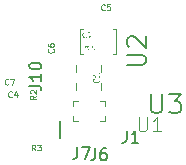
<source format=gbr>
G04 #@! TF.GenerationSoftware,KiCad,Pcbnew,(5.0.1)-3*
G04 #@! TF.CreationDate,2019-02-25T21:18:11-08:00*
G04 #@! TF.ProjectId,MS_v4_ETL_LED_Driver,4D535F76345F45544C5F4C45445F4472,rev?*
G04 #@! TF.SameCoordinates,Original*
G04 #@! TF.FileFunction,Legend,Top*
G04 #@! TF.FilePolarity,Positive*
%FSLAX46Y46*%
G04 Gerber Fmt 4.6, Leading zero omitted, Abs format (unit mm)*
G04 Created by KiCad (PCBNEW (5.0.1)-3) date 2/25/2019 9:18:11 PM*
%MOMM*%
%LPD*%
G01*
G04 APERTURE LIST*
%ADD10C,0.152400*%
%ADD11C,0.100000*%
%ADD12C,0.150000*%
%ADD13C,0.050000*%
%ADD14C,0.120000*%
%ADD15C,0.160000*%
%ADD16R,0.812800X1.066800*%
%ADD17R,0.360800X0.390800*%
%ADD18R,0.390800X0.360800*%
%ADD19C,0.558800*%
%ADD20R,0.680800X0.630800*%
%ADD21R,0.812800X1.320800*%
%ADD22C,0.400800*%
%ADD23R,0.660800X0.270800*%
%ADD24R,0.270800X0.660800*%
%ADD25R,2.440800X0.690800*%
%ADD26R,0.320800X0.690800*%
G04 APERTURE END LIST*
D10*
X13284200Y-22047200D02*
X13284200Y-23444200D01*
D11*
G04 #@! TO.C,U1*
X17088000Y-20318200D02*
X16668000Y-20318200D01*
X17088000Y-20738200D02*
X17088000Y-20318200D01*
X17088000Y-21998200D02*
X16668000Y-21998200D01*
X17088000Y-21578200D02*
X17088000Y-21998200D01*
X14408000Y-21998200D02*
X14828000Y-21998200D01*
X14408000Y-21578200D02*
X14408000Y-21998200D01*
X14408000Y-20318200D02*
X14828000Y-20318200D01*
X14408000Y-20738200D02*
X14408000Y-20318200D01*
G04 #@! TO.C,U2*
X14662600Y-17308800D02*
X14662600Y-17878800D01*
X16782600Y-17308800D02*
X16782600Y-17878800D01*
X16782600Y-19368800D02*
X16782600Y-18798800D01*
X14662600Y-19368800D02*
X14662600Y-18798800D01*
G04 #@! TO.C,U3*
X14960000Y-14266200D02*
X15225000Y-14266200D01*
X14960000Y-16366200D02*
X14960000Y-14266200D01*
X15225000Y-16366200D02*
X14960000Y-16366200D01*
X18060000Y-14266200D02*
X17795000Y-14266200D01*
X18060000Y-16366200D02*
X18060000Y-14266200D01*
X17795000Y-16366200D02*
X18060000Y-16366200D01*
G04 #@! TO.C,J1*
D12*
X18919866Y-22845780D02*
X18919866Y-23560066D01*
X18872247Y-23702923D01*
X18777009Y-23798161D01*
X18634152Y-23845780D01*
X18538914Y-23845780D01*
X19919866Y-23845780D02*
X19348438Y-23845780D01*
X19634152Y-23845780D02*
X19634152Y-22845780D01*
X19538914Y-22988638D01*
X19443676Y-23083876D01*
X19348438Y-23131495D01*
G04 #@! TO.C,C7*
D13*
X8908266Y-18898371D02*
X8884457Y-18922180D01*
X8813028Y-18945990D01*
X8765409Y-18945990D01*
X8693980Y-18922180D01*
X8646361Y-18874561D01*
X8622552Y-18826942D01*
X8598742Y-18731704D01*
X8598742Y-18660276D01*
X8622552Y-18565038D01*
X8646361Y-18517419D01*
X8693980Y-18469800D01*
X8765409Y-18445990D01*
X8813028Y-18445990D01*
X8884457Y-18469800D01*
X8908266Y-18493609D01*
X9074933Y-18445990D02*
X9408266Y-18445990D01*
X9193980Y-18945990D01*
G04 #@! TO.C,R2*
X11249790Y-19869933D02*
X11011695Y-20036600D01*
X11249790Y-20155647D02*
X10749790Y-20155647D01*
X10749790Y-19965171D01*
X10773600Y-19917552D01*
X10797409Y-19893742D01*
X10845028Y-19869933D01*
X10916457Y-19869933D01*
X10964076Y-19893742D01*
X10987885Y-19917552D01*
X11011695Y-19965171D01*
X11011695Y-20155647D01*
X10797409Y-19679457D02*
X10773600Y-19655647D01*
X10749790Y-19608028D01*
X10749790Y-19488980D01*
X10773600Y-19441361D01*
X10797409Y-19417552D01*
X10845028Y-19393742D01*
X10892647Y-19393742D01*
X10964076Y-19417552D01*
X11249790Y-19703266D01*
X11249790Y-19393742D01*
G04 #@! TO.C,R3*
X11200866Y-24510390D02*
X11034200Y-24272295D01*
X10915152Y-24510390D02*
X10915152Y-24010390D01*
X11105628Y-24010390D01*
X11153247Y-24034200D01*
X11177057Y-24058009D01*
X11200866Y-24105628D01*
X11200866Y-24177057D01*
X11177057Y-24224676D01*
X11153247Y-24248485D01*
X11105628Y-24272295D01*
X10915152Y-24272295D01*
X11367533Y-24010390D02*
X11677057Y-24010390D01*
X11510390Y-24200866D01*
X11581819Y-24200866D01*
X11629438Y-24224676D01*
X11653247Y-24248485D01*
X11677057Y-24296104D01*
X11677057Y-24415152D01*
X11653247Y-24462771D01*
X11629438Y-24486580D01*
X11581819Y-24510390D01*
X11438961Y-24510390D01*
X11391342Y-24486580D01*
X11367533Y-24462771D01*
G04 #@! TO.C,J10*
D12*
X10679180Y-19021323D02*
X11393466Y-19021323D01*
X11536323Y-19068942D01*
X11631561Y-19164180D01*
X11679180Y-19307038D01*
X11679180Y-19402276D01*
X11679180Y-18021323D02*
X11679180Y-18592752D01*
X11679180Y-18307038D02*
X10679180Y-18307038D01*
X10822038Y-18402276D01*
X10917276Y-18497514D01*
X10964895Y-18592752D01*
X10679180Y-17402276D02*
X10679180Y-17307038D01*
X10726800Y-17211800D01*
X10774419Y-17164180D01*
X10869657Y-17116561D01*
X11060133Y-17068942D01*
X11298228Y-17068942D01*
X11488704Y-17116561D01*
X11583942Y-17164180D01*
X11631561Y-17211800D01*
X11679180Y-17307038D01*
X11679180Y-17402276D01*
X11631561Y-17497514D01*
X11583942Y-17545133D01*
X11488704Y-17592752D01*
X11298228Y-17640371D01*
X11060133Y-17640371D01*
X10869657Y-17592752D01*
X10774419Y-17545133D01*
X10726800Y-17497514D01*
X10679180Y-17402276D01*
G04 #@! TO.C,C2*
D13*
X15486866Y-14910571D02*
X15463057Y-14934380D01*
X15391628Y-14958190D01*
X15344009Y-14958190D01*
X15272580Y-14934380D01*
X15224961Y-14886761D01*
X15201152Y-14839142D01*
X15177342Y-14743904D01*
X15177342Y-14672476D01*
X15201152Y-14577238D01*
X15224961Y-14529619D01*
X15272580Y-14482000D01*
X15344009Y-14458190D01*
X15391628Y-14458190D01*
X15463057Y-14482000D01*
X15486866Y-14505809D01*
X15677342Y-14505809D02*
X15701152Y-14482000D01*
X15748771Y-14458190D01*
X15867819Y-14458190D01*
X15915438Y-14482000D01*
X15939247Y-14505809D01*
X15963057Y-14553428D01*
X15963057Y-14601047D01*
X15939247Y-14672476D01*
X15653533Y-14958190D01*
X15963057Y-14958190D01*
G04 #@! TO.C,C4*
X9200866Y-19962771D02*
X9177057Y-19986580D01*
X9105628Y-20010390D01*
X9058009Y-20010390D01*
X8986580Y-19986580D01*
X8938961Y-19938961D01*
X8915152Y-19891342D01*
X8891342Y-19796104D01*
X8891342Y-19724676D01*
X8915152Y-19629438D01*
X8938961Y-19581819D01*
X8986580Y-19534200D01*
X9058009Y-19510390D01*
X9105628Y-19510390D01*
X9177057Y-19534200D01*
X9200866Y-19558009D01*
X9629438Y-19677057D02*
X9629438Y-20010390D01*
X9510390Y-19486580D02*
X9391342Y-19843723D01*
X9700866Y-19843723D01*
G04 #@! TO.C,C5*
X17061666Y-12586471D02*
X17037857Y-12610280D01*
X16966428Y-12634090D01*
X16918809Y-12634090D01*
X16847380Y-12610280D01*
X16799761Y-12562661D01*
X16775952Y-12515042D01*
X16752142Y-12419804D01*
X16752142Y-12348376D01*
X16775952Y-12253138D01*
X16799761Y-12205519D01*
X16847380Y-12157900D01*
X16918809Y-12134090D01*
X16966428Y-12134090D01*
X17037857Y-12157900D01*
X17061666Y-12181709D01*
X17514047Y-12134090D02*
X17275952Y-12134090D01*
X17252142Y-12372185D01*
X17275952Y-12348376D01*
X17323571Y-12324566D01*
X17442619Y-12324566D01*
X17490238Y-12348376D01*
X17514047Y-12372185D01*
X17537857Y-12419804D01*
X17537857Y-12538852D01*
X17514047Y-12586471D01*
X17490238Y-12610280D01*
X17442619Y-12634090D01*
X17323571Y-12634090D01*
X17275952Y-12610280D01*
X17252142Y-12586471D01*
G04 #@! TO.C,C6*
X12704570Y-15925434D02*
X12728379Y-15949243D01*
X12752189Y-16020672D01*
X12752189Y-16068291D01*
X12728379Y-16139720D01*
X12680760Y-16187339D01*
X12633141Y-16211148D01*
X12537903Y-16234958D01*
X12466475Y-16234958D01*
X12371237Y-16211148D01*
X12323618Y-16187339D01*
X12275999Y-16139720D01*
X12252189Y-16068291D01*
X12252189Y-16020672D01*
X12275999Y-15949243D01*
X12299808Y-15925434D01*
X12252189Y-15496862D02*
X12252189Y-15592101D01*
X12275999Y-15639720D01*
X12299808Y-15663529D01*
X12371237Y-15711148D01*
X12466475Y-15734958D01*
X12656951Y-15734958D01*
X12704570Y-15711148D01*
X12728379Y-15687339D01*
X12752189Y-15639720D01*
X12752189Y-15544481D01*
X12728379Y-15496862D01*
X12704570Y-15473053D01*
X12656951Y-15449243D01*
X12537903Y-15449243D01*
X12490284Y-15473053D01*
X12466475Y-15496862D01*
X12442665Y-15544481D01*
X12442665Y-15639720D01*
X12466475Y-15687339D01*
X12490284Y-15711148D01*
X12537903Y-15734958D01*
G04 #@! TO.C,C1*
X16536171Y-18447533D02*
X16559980Y-18471342D01*
X16583790Y-18542771D01*
X16583790Y-18590390D01*
X16559980Y-18661819D01*
X16512361Y-18709438D01*
X16464742Y-18733247D01*
X16369504Y-18757057D01*
X16298076Y-18757057D01*
X16202838Y-18733247D01*
X16155219Y-18709438D01*
X16107600Y-18661819D01*
X16083790Y-18590390D01*
X16083790Y-18542771D01*
X16107600Y-18471342D01*
X16131409Y-18447533D01*
X16583790Y-17971342D02*
X16583790Y-18257057D01*
X16583790Y-18114200D02*
X16083790Y-18114200D01*
X16155219Y-18161819D01*
X16202838Y-18209438D01*
X16226647Y-18257057D01*
G04 #@! TO.C,J7*
D12*
X14750866Y-24237780D02*
X14750866Y-24952066D01*
X14703247Y-25094923D01*
X14608009Y-25190161D01*
X14465152Y-25237780D01*
X14369914Y-25237780D01*
X15131819Y-24237780D02*
X15798485Y-24237780D01*
X15369914Y-25237780D01*
G04 #@! TO.C,J6*
X16250866Y-24337780D02*
X16250866Y-25052066D01*
X16203247Y-25194923D01*
X16108009Y-25290161D01*
X15965152Y-25337780D01*
X15869914Y-25337780D01*
X17155628Y-24337780D02*
X16965152Y-24337780D01*
X16869914Y-24385400D01*
X16822295Y-24433019D01*
X16727057Y-24575876D01*
X16679438Y-24766352D01*
X16679438Y-25147304D01*
X16727057Y-25242542D01*
X16774676Y-25290161D01*
X16869914Y-25337780D01*
X17060390Y-25337780D01*
X17155628Y-25290161D01*
X17203247Y-25242542D01*
X17250866Y-25147304D01*
X17250866Y-24909209D01*
X17203247Y-24813971D01*
X17155628Y-24766352D01*
X17060390Y-24718733D01*
X16869914Y-24718733D01*
X16774676Y-24766352D01*
X16727057Y-24813971D01*
X16679438Y-24909209D01*
G04 #@! TO.C,R1*
D13*
X15664666Y-15948790D02*
X15498000Y-15710695D01*
X15378952Y-15948790D02*
X15378952Y-15448790D01*
X15569428Y-15448790D01*
X15617047Y-15472600D01*
X15640857Y-15496409D01*
X15664666Y-15544028D01*
X15664666Y-15615457D01*
X15640857Y-15663076D01*
X15617047Y-15686885D01*
X15569428Y-15710695D01*
X15378952Y-15710695D01*
X16140857Y-15948790D02*
X15855142Y-15948790D01*
X15998000Y-15948790D02*
X15998000Y-15448790D01*
X15950380Y-15520219D01*
X15902761Y-15567838D01*
X15855142Y-15591647D01*
G04 #@! TO.C,U1*
D14*
X19941333Y-21706533D02*
X19941333Y-22669866D01*
X19998000Y-22783200D01*
X20054666Y-22839866D01*
X20168000Y-22896533D01*
X20394666Y-22896533D01*
X20508000Y-22839866D01*
X20564666Y-22783200D01*
X20621333Y-22669866D01*
X20621333Y-21706533D01*
X21811333Y-22896533D02*
X21131333Y-22896533D01*
X21471333Y-22896533D02*
X21471333Y-21706533D01*
X21358000Y-21876533D01*
X21244666Y-21989866D01*
X21131333Y-22046533D01*
G04 #@! TO.C,U2*
D15*
X18952238Y-17299790D02*
X20223190Y-17299790D01*
X20372714Y-17225028D01*
X20447476Y-17150266D01*
X20522238Y-17000742D01*
X20522238Y-16701695D01*
X20447476Y-16552171D01*
X20372714Y-16477409D01*
X20223190Y-16402647D01*
X18952238Y-16402647D01*
X19101761Y-15729790D02*
X19027000Y-15655028D01*
X18952238Y-15505504D01*
X18952238Y-15131695D01*
X19027000Y-14982171D01*
X19101761Y-14907409D01*
X19251285Y-14832647D01*
X19400809Y-14832647D01*
X19625095Y-14907409D01*
X20522238Y-15804552D01*
X20522238Y-14832647D01*
G04 #@! TO.C,U3*
X20982687Y-19751409D02*
X20982687Y-21062837D01*
X21059830Y-21217123D01*
X21136973Y-21294266D01*
X21291258Y-21371409D01*
X21599830Y-21371409D01*
X21754115Y-21294266D01*
X21831258Y-21217123D01*
X21908401Y-21062837D01*
X21908401Y-19751409D01*
X22525544Y-19751409D02*
X23528401Y-19751409D01*
X22988401Y-20368552D01*
X23219830Y-20368552D01*
X23374115Y-20445694D01*
X23451258Y-20522837D01*
X23528401Y-20677123D01*
X23528401Y-21062837D01*
X23451258Y-21217123D01*
X23374115Y-21294266D01*
X23219830Y-21371409D01*
X22756973Y-21371409D01*
X22602687Y-21294266D01*
X22525544Y-21217123D01*
G04 #@! TD*
%LPC*%
D16*
G04 #@! TO.C,J1*
X17653000Y-23012400D03*
G04 #@! TD*
D17*
G04 #@! TO.C,C7*
X14524400Y-19964400D03*
X13974400Y-19964400D03*
G04 #@! TD*
D18*
G04 #@! TO.C,R2*
X13716000Y-21543600D03*
X13716000Y-22093600D03*
G04 #@! TD*
D17*
G04 #@! TO.C,R3*
X13695000Y-22707600D03*
X14245000Y-22707600D03*
G04 #@! TD*
D19*
G04 #@! TO.C,J10*
X13413486Y-17047496D03*
X12803886Y-17530095D03*
X13413486Y-18012695D03*
X12803886Y-18495294D03*
X13413486Y-18977894D03*
G04 #@! TD*
D17*
G04 #@! TO.C,C2*
X13745800Y-14401800D03*
X14295800Y-14401800D03*
G04 #@! TD*
G04 #@! TO.C,C4*
X15794400Y-19964400D03*
X15244400Y-19964400D03*
G04 #@! TD*
G04 #@! TO.C,C5*
X15447600Y-13716000D03*
X15997600Y-13716000D03*
G04 #@! TD*
D20*
G04 #@! TO.C,C6*
X13919200Y-15125200D03*
X13919200Y-16015200D03*
G04 #@! TD*
G04 #@! TO.C,C1*
X17602200Y-18936200D03*
X17602200Y-18046200D03*
G04 #@! TD*
D21*
G04 #@! TO.C,J7*
X15284200Y-22885400D03*
G04 #@! TD*
G04 #@! TO.C,J6*
X16284200Y-22885400D03*
G04 #@! TD*
D17*
G04 #@! TO.C,R1*
X17301800Y-13716000D03*
X17851800Y-13716000D03*
G04 #@! TD*
D22*
G04 #@! TO.C,U1*
X16748000Y-21658200D03*
X16248000Y-21658200D03*
X15748000Y-21658200D03*
X15248000Y-21658200D03*
X14748000Y-21658200D03*
X16748000Y-21158200D03*
X16248000Y-21158200D03*
X15748000Y-21158200D03*
X15248000Y-21158200D03*
X14748000Y-21158200D03*
X16748000Y-20658200D03*
X16248000Y-20658200D03*
X15748000Y-20658200D03*
X15248000Y-20658200D03*
X14748000Y-20658200D03*
G04 #@! TD*
D23*
G04 #@! TO.C,U2*
X14877600Y-18538800D03*
X14877600Y-18138800D03*
D24*
X14922600Y-17493800D03*
X15322600Y-17493800D03*
X15722600Y-17493800D03*
X16122600Y-17493800D03*
X16522600Y-17493800D03*
D23*
X16567600Y-18138800D03*
X16567600Y-18538800D03*
D24*
X16522600Y-19183800D03*
X16122600Y-19183800D03*
X15722600Y-19183800D03*
X15322600Y-19183800D03*
X14922600Y-19183800D03*
G04 #@! TD*
D25*
G04 #@! TO.C,U3*
X16510000Y-15316200D03*
D26*
X15510000Y-14476200D03*
X16010000Y-14476200D03*
X16510000Y-14476200D03*
X17010000Y-14476200D03*
X17510000Y-14476200D03*
X17510000Y-16156200D03*
X17010000Y-16156200D03*
X16510000Y-16156200D03*
X16010000Y-16156200D03*
X15510000Y-16156200D03*
G04 #@! TD*
M02*

</source>
